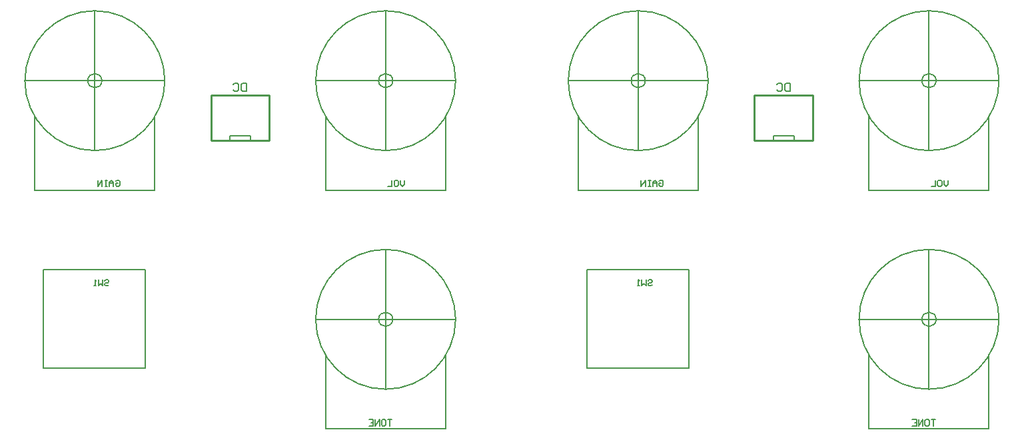
<source format=gbo>
G04*
G04 #@! TF.GenerationSoftware,Altium Limited,Altium Designer,19.1.6 (110)*
G04*
G04 Layer_Color=32896*
%FSLAX25Y25*%
%MOIN*%
G70*
G01*
G75*
%ADD29C,0.01000*%
%ADD45C,0.00500*%
%ADD46C,0.00787*%
%ADD49C,0.00591*%
%ADD84C,0.00800*%
D29*
X141683Y301777D02*
X170817D01*
Y279139D02*
Y301777D01*
X141683Y279139D02*
X170817D01*
X141683D02*
Y301777D01*
X413553D02*
X442687D01*
Y279139D02*
Y301777D01*
X413553Y279139D02*
X442687D01*
X413553D02*
Y301777D01*
D45*
X194009Y308925D02*
G03*
X229009Y273925I35000J0D01*
G01*
Y343925D02*
G03*
X194009Y308926I-0J-35000D01*
G01*
X229009Y343925D02*
G03*
X194009Y308926I-0J-35000D01*
G01*
Y308925D02*
G03*
X229009Y273925I35000J0D01*
G01*
D02*
G03*
X264009Y308925I0J35000D01*
G01*
Y308926D02*
G03*
X229009Y343925I-35000J0D01*
G01*
X264009Y308926D02*
G03*
X229009Y343925I-35000J0D01*
G01*
Y273925D02*
G03*
X264009Y308925I0J35000D01*
G01*
X232544D02*
G03*
X232544Y308925I-3535J0D01*
G01*
D02*
G03*
X232544Y308925I-3535J0D01*
G01*
X194009Y189425D02*
G03*
X229009Y154425I35000J0D01*
G01*
Y224425D02*
G03*
X194009Y189426I-0J-35000D01*
G01*
X229009Y224425D02*
G03*
X194009Y189426I-0J-35000D01*
G01*
Y189425D02*
G03*
X229009Y154425I35000J0D01*
G01*
D02*
G03*
X264009Y189425I0J35000D01*
G01*
Y189426D02*
G03*
X229009Y224425I-35000J0D01*
G01*
X264009Y189426D02*
G03*
X229009Y224425I-35000J0D01*
G01*
Y154425D02*
G03*
X264009Y189425I0J35000D01*
G01*
X232544D02*
G03*
X232544Y189425I-3535J0D01*
G01*
D02*
G03*
X232544Y189425I-3535J0D01*
G01*
X48509Y308925D02*
G03*
X83509Y273925I35000J0D01*
G01*
Y343925D02*
G03*
X48509Y308926I-0J-35000D01*
G01*
X83509Y343925D02*
G03*
X48509Y308926I-0J-35000D01*
G01*
Y308925D02*
G03*
X83509Y273925I35000J0D01*
G01*
D02*
G03*
X118509Y308925I0J35000D01*
G01*
Y308926D02*
G03*
X83509Y343925I-35000J0D01*
G01*
X118509Y308926D02*
G03*
X83509Y343925I-35000J0D01*
G01*
Y273925D02*
G03*
X118509Y308925I0J35000D01*
G01*
X87044D02*
G03*
X87044Y308925I-3535J0D01*
G01*
D02*
G03*
X87044Y308925I-3535J0D01*
G01*
X194009D02*
X264009D01*
X194009D02*
X264009D01*
X199009Y253988D02*
X259009D01*
X199009D02*
X259009D01*
X229009Y273925D02*
Y343925D01*
Y273925D02*
Y343925D01*
X199009Y253988D02*
Y291425D01*
Y253988D02*
Y291425D01*
X259009Y253988D02*
Y291425D01*
Y253988D02*
Y291425D01*
X194009Y189425D02*
X264009D01*
X194009D02*
X264009D01*
X199009Y134488D02*
X259009D01*
X199009D02*
X259009D01*
X229009Y154425D02*
Y224425D01*
Y154425D02*
Y224425D01*
X199009Y134488D02*
Y171925D01*
Y134488D02*
Y171925D01*
X259009Y134488D02*
Y171925D01*
Y134488D02*
Y171925D01*
X48509Y308925D02*
X118509D01*
X48509D02*
X118509D01*
X53509Y253988D02*
X113509D01*
X53509D02*
X113509D01*
X83509Y273925D02*
Y343925D01*
Y273925D02*
Y343925D01*
X53509Y253988D02*
Y291425D01*
Y253988D02*
Y291425D01*
X113509Y253988D02*
Y291425D01*
Y253988D02*
Y291425D01*
X57761Y164965D02*
X108692D01*
Y214178D01*
X57761Y164965D02*
Y214178D01*
X108692D01*
X465879Y308925D02*
G03*
X500879Y273925I35000J0D01*
G01*
Y343925D02*
G03*
X465879Y308926I-0J-35000D01*
G01*
X500879Y343925D02*
G03*
X465879Y308926I-0J-35000D01*
G01*
Y308925D02*
G03*
X500879Y273925I35000J0D01*
G01*
D02*
G03*
X535880Y308925I0J35000D01*
G01*
Y308926D02*
G03*
X500879Y343925I-35000J0D01*
G01*
X535880Y308926D02*
G03*
X500879Y343925I-35000J0D01*
G01*
Y273925D02*
G03*
X535880Y308925I0J35000D01*
G01*
X504415D02*
G03*
X504415Y308925I-3535J0D01*
G01*
D02*
G03*
X504415Y308925I-3535J0D01*
G01*
X465879Y189425D02*
G03*
X500879Y154425I35000J0D01*
G01*
Y224425D02*
G03*
X465879Y189426I-0J-35000D01*
G01*
X500879Y224425D02*
G03*
X465879Y189426I-0J-35000D01*
G01*
Y189425D02*
G03*
X500879Y154425I35000J0D01*
G01*
D02*
G03*
X535880Y189425I0J35000D01*
G01*
Y189426D02*
G03*
X500879Y224425I-35000J0D01*
G01*
X535880Y189426D02*
G03*
X500879Y224425I-35000J0D01*
G01*
Y154425D02*
G03*
X535880Y189425I0J35000D01*
G01*
X504415D02*
G03*
X504415Y189425I-3535J0D01*
G01*
D02*
G03*
X504415Y189425I-3535J0D01*
G01*
X320379Y308925D02*
G03*
X355380Y273925I35000J0D01*
G01*
Y343925D02*
G03*
X320379Y308926I-0J-35000D01*
G01*
X355380Y343925D02*
G03*
X320379Y308926I-0J-35000D01*
G01*
Y308925D02*
G03*
X355380Y273925I35000J0D01*
G01*
D02*
G03*
X390380Y308925I0J35000D01*
G01*
Y308926D02*
G03*
X355380Y343925I-35000J0D01*
G01*
X390380Y308926D02*
G03*
X355380Y343925I-35000J0D01*
G01*
Y273925D02*
G03*
X390380Y308925I0J35000D01*
G01*
X358914D02*
G03*
X358914Y308925I-3535J0D01*
G01*
D02*
G03*
X358914Y308925I-3535J0D01*
G01*
X465879D02*
X535880D01*
X465879D02*
X535880D01*
X470880Y253988D02*
X530879D01*
X470880D02*
X530879D01*
X500879Y273925D02*
Y343925D01*
Y273925D02*
Y343925D01*
X470880Y253988D02*
Y291425D01*
Y253988D02*
Y291425D01*
X530879Y253988D02*
Y291425D01*
Y253988D02*
Y291425D01*
X465879Y189425D02*
X535880D01*
X465879D02*
X535880D01*
X470880Y134488D02*
X530879D01*
X470880D02*
X530879D01*
X500879Y154425D02*
Y224425D01*
Y154425D02*
Y224425D01*
X470880Y134488D02*
Y171925D01*
Y134488D02*
Y171925D01*
X530879Y134488D02*
Y171925D01*
Y134488D02*
Y171925D01*
X320379Y308925D02*
X390380D01*
X320379D02*
X390380D01*
X325379Y253988D02*
X385380D01*
X325379D02*
X385380D01*
X355380Y273925D02*
Y343925D01*
Y273925D02*
Y343925D01*
X325379Y253988D02*
Y291425D01*
Y253988D02*
Y291425D01*
X385380Y253988D02*
Y291425D01*
Y253988D02*
Y291425D01*
X329631Y164965D02*
X380562D01*
Y214178D01*
X329631Y164965D02*
Y214178D01*
X380562D01*
D46*
X151132Y279366D02*
Y281334D01*
X161368D01*
Y279366D02*
Y281334D01*
X423002Y279366D02*
Y281334D01*
X433238D01*
Y279366D02*
Y281334D01*
D49*
X232209Y139237D02*
X230110D01*
X231160D01*
Y136088D01*
X227486Y139237D02*
X228536D01*
X229061Y138712D01*
Y136613D01*
X228536Y136088D01*
X227486D01*
X226962Y136613D01*
Y138712D01*
X227486Y139237D01*
X225912Y136088D02*
Y139237D01*
X223813Y136088D01*
Y139237D01*
X220665D02*
X222764D01*
Y136088D01*
X220665D01*
X222764Y137662D02*
X221714D01*
X238509Y259137D02*
Y257038D01*
X237460Y255988D01*
X236410Y257038D01*
Y259137D01*
X233787D02*
X234836D01*
X235361Y258612D01*
Y256513D01*
X234836Y255988D01*
X233787D01*
X233262Y256513D01*
Y258612D01*
X233787Y259137D01*
X232212D02*
Y255988D01*
X230113D01*
X88410Y208812D02*
X88935Y209337D01*
X89985D01*
X90509Y208812D01*
Y208287D01*
X89985Y207763D01*
X88935D01*
X88410Y207238D01*
Y206713D01*
X88935Y206188D01*
X89985D01*
X90509Y206713D01*
X87361Y209337D02*
Y206188D01*
X86311Y207238D01*
X85262Y206188D01*
Y209337D01*
X84212Y206188D02*
X83163D01*
X83688D01*
Y209337D01*
X84212Y208812D01*
X93910Y258612D02*
X94435Y259137D01*
X95485D01*
X96009Y258612D01*
Y256513D01*
X95485Y255988D01*
X94435D01*
X93910Y256513D01*
Y257562D01*
X94960D01*
X92861Y255988D02*
Y258087D01*
X91811Y259137D01*
X90762Y258087D01*
Y255988D01*
Y257562D01*
X92861D01*
X89712Y259137D02*
X88663D01*
X89188D01*
Y255988D01*
X89712D01*
X88663D01*
X87088D02*
Y259137D01*
X84989Y255988D01*
Y259137D01*
X504079Y139237D02*
X501980D01*
X503030D01*
Y136088D01*
X499357Y139237D02*
X500406D01*
X500931Y138712D01*
Y136613D01*
X500406Y136088D01*
X499357D01*
X498832Y136613D01*
Y138712D01*
X499357Y139237D01*
X497782Y136088D02*
Y139237D01*
X495683Y136088D01*
Y139237D01*
X492535D02*
X494634D01*
Y136088D01*
X492535D01*
X494634Y137662D02*
X493584D01*
X510380Y259137D02*
Y257038D01*
X509330Y255988D01*
X508281Y257038D01*
Y259137D01*
X505657D02*
X506706D01*
X507231Y258612D01*
Y256513D01*
X506706Y255988D01*
X505657D01*
X505132Y256513D01*
Y258612D01*
X505657Y259137D01*
X504082D02*
Y255988D01*
X501983D01*
X360280Y208812D02*
X360805Y209337D01*
X361855D01*
X362380Y208812D01*
Y208287D01*
X361855Y207763D01*
X360805D01*
X360280Y207238D01*
Y206713D01*
X360805Y206188D01*
X361855D01*
X362380Y206713D01*
X359231Y209337D02*
Y206188D01*
X358181Y207238D01*
X357132Y206188D01*
Y209337D01*
X356082Y206188D02*
X355033D01*
X355558D01*
Y209337D01*
X356082Y208812D01*
X365780Y258612D02*
X366305Y259137D01*
X367355D01*
X367880Y258612D01*
Y256513D01*
X367355Y255988D01*
X366305D01*
X365780Y256513D01*
Y257562D01*
X366830D01*
X364731Y255988D02*
Y258087D01*
X363681Y259137D01*
X362632Y258087D01*
Y255988D01*
Y257562D01*
X364731D01*
X361582Y259137D02*
X360533D01*
X361058D01*
Y255988D01*
X361582D01*
X360533D01*
X358959D02*
Y259137D01*
X356859Y255988D01*
Y259137D01*
D84*
X159498Y307577D02*
Y303579D01*
X157498D01*
X156832Y304245D01*
Y306911D01*
X157498Y307577D01*
X159498D01*
X152833Y306911D02*
X153499Y307577D01*
X154832D01*
X155499Y306911D01*
Y304245D01*
X154832Y303579D01*
X153499D01*
X152833Y304245D01*
X431368Y307577D02*
Y303579D01*
X429368D01*
X428702Y304245D01*
Y306911D01*
X429368Y307577D01*
X431368D01*
X424703Y306911D02*
X425370Y307577D01*
X426702D01*
X427369Y306911D01*
Y304245D01*
X426702Y303579D01*
X425370D01*
X424703Y304245D01*
M02*

</source>
